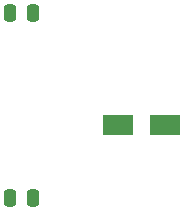
<source format=gbr>
%TF.GenerationSoftware,KiCad,Pcbnew,6.0.10+dfsg-1~bpo11+1*%
%TF.CreationDate,2023-02-14T10:11:28+00:00*%
%TF.ProjectId,ACOMP01,41434f4d-5030-4312-9e6b-696361645f70,rev?*%
%TF.SameCoordinates,Original*%
%TF.FileFunction,Paste,Bot*%
%TF.FilePolarity,Positive*%
%FSLAX46Y46*%
G04 Gerber Fmt 4.6, Leading zero omitted, Abs format (unit mm)*
G04 Created by KiCad (PCBNEW 6.0.10+dfsg-1~bpo11+1) date 2023-02-14 10:11:28*
%MOMM*%
%LPD*%
G01*
G04 APERTURE LIST*
G04 Aperture macros list*
%AMRoundRect*
0 Rectangle with rounded corners*
0 $1 Rounding radius*
0 $2 $3 $4 $5 $6 $7 $8 $9 X,Y pos of 4 corners*
0 Add a 4 corners polygon primitive as box body*
4,1,4,$2,$3,$4,$5,$6,$7,$8,$9,$2,$3,0*
0 Add four circle primitives for the rounded corners*
1,1,$1+$1,$2,$3*
1,1,$1+$1,$4,$5*
1,1,$1+$1,$6,$7*
1,1,$1+$1,$8,$9*
0 Add four rect primitives between the rounded corners*
20,1,$1+$1,$2,$3,$4,$5,0*
20,1,$1+$1,$4,$5,$6,$7,0*
20,1,$1+$1,$6,$7,$8,$9,0*
20,1,$1+$1,$8,$9,$2,$3,0*%
G04 Aperture macros list end*
%ADD10RoundRect,0.250000X0.250000X0.475000X-0.250000X0.475000X-0.250000X-0.475000X0.250000X-0.475000X0*%
%ADD11R,2.500000X1.800000*%
G04 APERTURE END LIST*
D10*
%TO.C,C1*%
X11110000Y10160000D03*
X9210000Y10160000D03*
%TD*%
D11*
%TO.C,D1*%
X22320000Y16367860D03*
X18320000Y16367860D03*
%TD*%
D10*
%TO.C,C2*%
X11110000Y25850000D03*
X9210000Y25850000D03*
%TD*%
M02*

</source>
